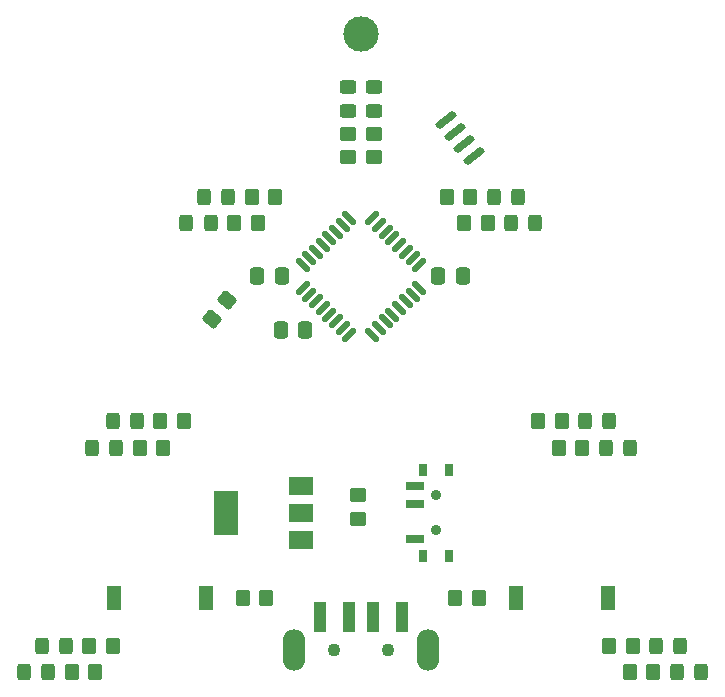
<source format=gbr>
%TF.GenerationSoftware,KiCad,Pcbnew,(6.0.7)*%
%TF.CreationDate,2022-09-10T12:27:55+10:00*%
%TF.ProjectId,Christmas_2022_PCB,43687269-7374-46d6-9173-5f323032325f,v01*%
%TF.SameCoordinates,Original*%
%TF.FileFunction,Soldermask,Top*%
%TF.FilePolarity,Negative*%
%FSLAX46Y46*%
G04 Gerber Fmt 4.6, Leading zero omitted, Abs format (unit mm)*
G04 Created by KiCad (PCBNEW (6.0.7)) date 2022-09-10 12:27:55*
%MOMM*%
%LPD*%
G01*
G04 APERTURE LIST*
G04 Aperture macros list*
%AMRoundRect*
0 Rectangle with rounded corners*
0 $1 Rounding radius*
0 $2 $3 $4 $5 $6 $7 $8 $9 X,Y pos of 4 corners*
0 Add a 4 corners polygon primitive as box body*
4,1,4,$2,$3,$4,$5,$6,$7,$8,$9,$2,$3,0*
0 Add four circle primitives for the rounded corners*
1,1,$1+$1,$2,$3*
1,1,$1+$1,$4,$5*
1,1,$1+$1,$6,$7*
1,1,$1+$1,$8,$9*
0 Add four rect primitives between the rounded corners*
20,1,$1+$1,$2,$3,$4,$5,0*
20,1,$1+$1,$4,$5,$6,$7,0*
20,1,$1+$1,$6,$7,$8,$9,0*
20,1,$1+$1,$8,$9,$2,$3,0*%
G04 Aperture macros list end*
%ADD10RoundRect,0.250000X0.325000X0.450000X-0.325000X0.450000X-0.325000X-0.450000X0.325000X-0.450000X0*%
%ADD11RoundRect,0.250000X-0.450000X0.350000X-0.450000X-0.350000X0.450000X-0.350000X0.450000X0.350000X0*%
%ADD12RoundRect,0.250000X-0.325000X-0.450000X0.325000X-0.450000X0.325000X0.450000X-0.325000X0.450000X0*%
%ADD13RoundRect,0.250000X0.350000X0.450000X-0.350000X0.450000X-0.350000X-0.450000X0.350000X-0.450000X0*%
%ADD14RoundRect,0.250000X-0.350000X-0.450000X0.350000X-0.450000X0.350000X0.450000X-0.350000X0.450000X0*%
%ADD15R,1.500000X0.700000*%
%ADD16R,0.800000X1.000000*%
%ADD17C,0.900000*%
%ADD18R,1.250000X2.100000*%
%ADD19R,1.250000X2.000000*%
%ADD20R,2.000000X1.500000*%
%ADD21R,2.000000X3.800000*%
%ADD22O,1.900000X3.500000*%
%ADD23R,1.100000X2.500000*%
%ADD24C,1.100000*%
%ADD25RoundRect,0.250000X0.337500X0.475000X-0.337500X0.475000X-0.337500X-0.475000X0.337500X-0.475000X0*%
%ADD26RoundRect,0.250000X-0.129454X0.555195X-0.569978X0.011193X0.129454X-0.555195X0.569978X-0.011193X0*%
%ADD27RoundRect,0.125000X-0.353553X-0.530330X0.530330X0.353553X0.353553X0.530330X-0.530330X-0.353553X0*%
%ADD28RoundRect,0.125000X0.353553X-0.530330X0.530330X-0.353553X-0.353553X0.530330X-0.530330X0.353553X0*%
%ADD29RoundRect,0.250000X-0.450000X0.325000X-0.450000X-0.325000X0.450000X-0.325000X0.450000X0.325000X0*%
%ADD30C,3.000000*%
%ADD31RoundRect,0.250000X0.450000X-0.350000X0.450000X0.350000X-0.450000X0.350000X-0.450000X-0.350000X0*%
%ADD32RoundRect,0.162500X-0.550064X-0.635972X0.750154X0.379869X0.550064X0.635972X-0.750154X-0.379869X0*%
%ADD33RoundRect,0.250000X0.450000X-0.325000X0.450000X0.325000X-0.450000X0.325000X-0.450000X-0.325000X0*%
%ADD34RoundRect,0.250000X-0.337500X-0.475000X0.337500X-0.475000X0.337500X0.475000X-0.337500X0.475000X0*%
G04 APERTURE END LIST*
D10*
%TO.C,D11*%
X65025000Y-106250000D03*
X62975000Y-106250000D03*
%TD*%
D11*
%TO.C,R5*%
X88900000Y-62900000D03*
X88900000Y-64900000D03*
%TD*%
D12*
%TO.C,D5*%
X101225000Y-68250000D03*
X103275000Y-68250000D03*
%TD*%
D13*
%TO.C,R4*%
X82000000Y-102200000D03*
X80000000Y-102200000D03*
%TD*%
%TO.C,R6*%
X81250000Y-70500000D03*
X79250000Y-70500000D03*
%TD*%
%TO.C,R19*%
X113000000Y-106250000D03*
X111000000Y-106250000D03*
%TD*%
D14*
%TO.C,R9*%
X80750000Y-68250000D03*
X82750000Y-68250000D03*
%TD*%
D13*
%TO.C,R18*%
X67500000Y-108500000D03*
X65500000Y-108500000D03*
%TD*%
D14*
%TO.C,R8*%
X98000000Y-102200000D03*
X100000000Y-102200000D03*
%TD*%
D15*
%TO.C,SW3*%
X94595000Y-92750000D03*
X94595000Y-94250000D03*
X94595000Y-97250000D03*
D16*
X97455000Y-98650000D03*
X95245000Y-91350000D03*
X97455000Y-91350000D03*
D17*
X96355000Y-96500000D03*
X96355000Y-93500000D03*
D16*
X95245000Y-98650000D03*
%TD*%
D11*
%TO.C,R11*%
X89750000Y-93500000D03*
X89750000Y-95500000D03*
%TD*%
D10*
%TO.C,D3*%
X78775000Y-68250000D03*
X76725000Y-68250000D03*
%TD*%
D12*
%TO.C,D4*%
X75225000Y-70500000D03*
X77275000Y-70500000D03*
%TD*%
D18*
%TO.C,SW1*%
X69125000Y-102200000D03*
D19*
X76875000Y-102200000D03*
%TD*%
D20*
%TO.C,U2*%
X84900000Y-97300000D03*
X84900000Y-95000000D03*
D21*
X78600000Y-95000000D03*
D20*
X84900000Y-92700000D03*
%TD*%
D13*
%TO.C,R14*%
X73250000Y-89500000D03*
X71250000Y-89500000D03*
%TD*%
D22*
%TO.C,J1*%
X84300000Y-106600000D03*
X95700000Y-106600000D03*
D23*
X86500000Y-103850000D03*
X89000000Y-103850000D03*
X91000000Y-103850000D03*
X93500000Y-103850000D03*
D24*
X87700000Y-106600000D03*
X92300000Y-106600000D03*
%TD*%
D25*
%TO.C,C3*%
X83287500Y-75000000D03*
X81212500Y-75000000D03*
%TD*%
D12*
%TO.C,D8*%
X67225000Y-89500000D03*
X69275000Y-89500000D03*
%TD*%
%TO.C,D9*%
X108975000Y-87250000D03*
X111025000Y-87250000D03*
%TD*%
D10*
%TO.C,D6*%
X104775000Y-70500000D03*
X102725000Y-70500000D03*
%TD*%
D13*
%TO.C,R15*%
X107000000Y-87250000D03*
X105000000Y-87250000D03*
%TD*%
D18*
%TO.C,SW2*%
X110875000Y-102200000D03*
D19*
X103125000Y-102200000D03*
%TD*%
D26*
%TO.C,R1*%
X78629320Y-77022854D03*
X77370680Y-78577146D03*
%TD*%
D14*
%TO.C,R16*%
X106750000Y-89500000D03*
X108750000Y-89500000D03*
%TD*%
%TO.C,R20*%
X112750000Y-108500000D03*
X114750000Y-108500000D03*
%TD*%
D12*
%TO.C,D12*%
X61475000Y-108500000D03*
X63525000Y-108500000D03*
%TD*%
D27*
%TO.C,U1*%
X85067930Y-75972272D03*
X85633616Y-76537957D03*
X86199301Y-77103643D03*
X86764986Y-77669328D03*
X87330672Y-78235014D03*
X87896357Y-78800699D03*
X88462043Y-79366384D03*
X89027728Y-79932070D03*
D28*
X90972272Y-79932070D03*
X91537957Y-79366384D03*
X92103643Y-78800699D03*
X92669328Y-78235014D03*
X93235014Y-77669328D03*
X93800699Y-77103643D03*
X94366384Y-76537957D03*
X94932070Y-75972272D03*
D27*
X94932070Y-74027728D03*
X94366384Y-73462043D03*
X93800699Y-72896357D03*
X93235014Y-72330672D03*
X92669328Y-71764986D03*
X92103643Y-71199301D03*
X91537957Y-70633616D03*
X90972272Y-70067930D03*
D28*
X89027728Y-70067930D03*
X88462043Y-70633616D03*
X87896357Y-71199301D03*
X87330672Y-71764986D03*
X86764986Y-72330672D03*
X86199301Y-72896357D03*
X85633616Y-73462043D03*
X85067930Y-74027728D03*
%TD*%
D14*
%TO.C,R12*%
X98750000Y-70500000D03*
X100750000Y-70500000D03*
%TD*%
%TO.C,R17*%
X67000000Y-106250000D03*
X69000000Y-106250000D03*
%TD*%
D29*
%TO.C,D2*%
X91100000Y-58975000D03*
X91100000Y-61025000D03*
%TD*%
D30*
%TO.C,TH1*%
X90000000Y-54500000D03*
%TD*%
D10*
%TO.C,D14*%
X118775000Y-108500000D03*
X116725000Y-108500000D03*
%TD*%
D31*
%TO.C,R7*%
X91100000Y-64900000D03*
X91100000Y-62900000D03*
%TD*%
D25*
%TO.C,C1*%
X85287500Y-79500000D03*
X83212500Y-79500000D03*
%TD*%
D32*
%TO.C,J2*%
X97200000Y-61760406D03*
X97981890Y-62761179D03*
X98763780Y-63761953D03*
X99545670Y-64762727D03*
%TD*%
D12*
%TO.C,D13*%
X114975000Y-106250000D03*
X117025000Y-106250000D03*
%TD*%
D33*
%TO.C,D1*%
X88900000Y-61025000D03*
X88900000Y-58975000D03*
%TD*%
D14*
%TO.C,R13*%
X73000000Y-87250000D03*
X75000000Y-87250000D03*
%TD*%
D34*
%TO.C,C2*%
X96562500Y-75000000D03*
X98637500Y-75000000D03*
%TD*%
D10*
%TO.C,D10*%
X112775000Y-89500000D03*
X110725000Y-89500000D03*
%TD*%
%TO.C,D7*%
X71025000Y-87250000D03*
X68975000Y-87250000D03*
%TD*%
D13*
%TO.C,R10*%
X99250000Y-68250000D03*
X97250000Y-68250000D03*
%TD*%
M02*

</source>
